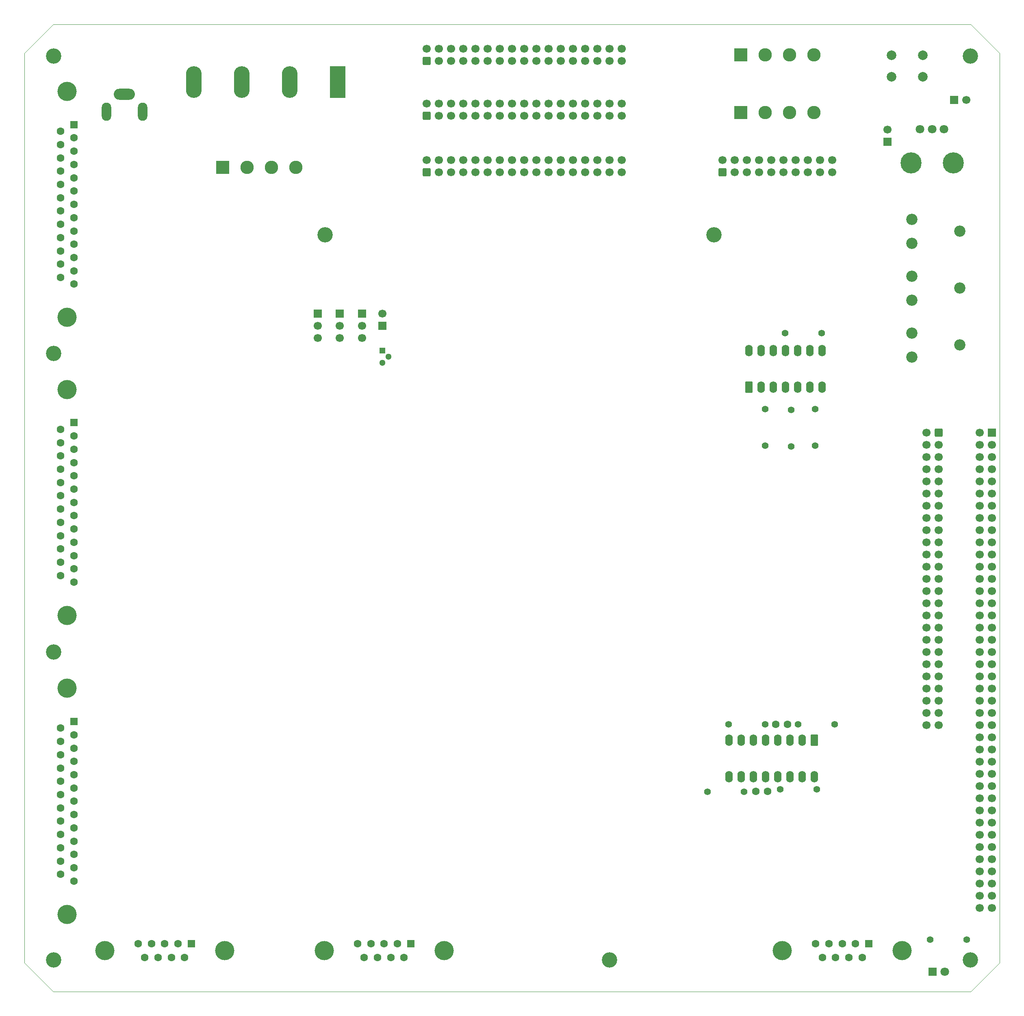
<source format=gbr>
%TF.GenerationSoftware,KiCad,Pcbnew,9.0.4*%
%TF.CreationDate,2025-11-09T15:05:15+13:00*%
%TF.ProjectId,AWS_CPU_Motherboard,4157535f-4350-4555-9f4d-6f7468657262,rev?*%
%TF.SameCoordinates,Original*%
%TF.FileFunction,Soldermask,Top*%
%TF.FilePolarity,Negative*%
%FSLAX46Y46*%
G04 Gerber Fmt 4.6, Leading zero omitted, Abs format (unit mm)*
G04 Created by KiCad (PCBNEW 9.0.4) date 2025-11-09 15:05:15*
%MOMM*%
%LPD*%
G01*
G04 APERTURE LIST*
G04 Aperture macros list*
%AMRoundRect*
0 Rectangle with rounded corners*
0 $1 Rounding radius*
0 $2 $3 $4 $5 $6 $7 $8 $9 X,Y pos of 4 corners*
0 Add a 4 corners polygon primitive as box body*
4,1,4,$2,$3,$4,$5,$6,$7,$8,$9,$2,$3,0*
0 Add four circle primitives for the rounded corners*
1,1,$1+$1,$2,$3*
1,1,$1+$1,$4,$5*
1,1,$1+$1,$6,$7*
1,1,$1+$1,$8,$9*
0 Add four rect primitives between the rounded corners*
20,1,$1+$1,$2,$3,$4,$5,0*
20,1,$1+$1,$4,$5,$6,$7,0*
20,1,$1+$1,$6,$7,$8,$9,0*
20,1,$1+$1,$8,$9,$2,$3,0*%
G04 Aperture macros list end*
%ADD10R,1.700000X1.700000*%
%ADD11C,1.700000*%
%ADD12C,1.400000*%
%ADD13RoundRect,0.250000X0.600000X0.600000X-0.600000X0.600000X-0.600000X-0.600000X0.600000X-0.600000X0*%
%ADD14C,3.200000*%
%ADD15C,2.000000*%
%ADD16C,4.000000*%
%ADD17R,1.600000X1.600000*%
%ADD18C,1.600000*%
%ADD19R,2.780000X2.780000*%
%ADD20C,2.780000*%
%ADD21C,2.340000*%
%ADD22C,1.800000*%
%ADD23C,4.400000*%
%ADD24R,1.300000X1.300000*%
%ADD25C,1.300000*%
%ADD26RoundRect,0.250000X0.550000X-0.950000X0.550000X0.950000X-0.550000X0.950000X-0.550000X-0.950000X0*%
%ADD27O,1.600000X2.400000*%
%ADD28RoundRect,0.250000X0.600000X-0.600000X0.600000X0.600000X-0.600000X0.600000X-0.600000X-0.600000X0*%
%ADD29RoundRect,0.250000X-0.550000X0.950000X-0.550000X-0.950000X0.550000X-0.950000X0.550000X0.950000X0*%
%ADD30R,3.300000X6.600000*%
%ADD31O,3.300000X6.600000*%
%ADD32O,2.004000X3.804000*%
%ADD33O,4.404000X2.304000*%
%ADD34R,1.800000X1.800000*%
%TA.AperFunction,Profile*%
%ADD35C,0.050000*%
%TD*%
G04 APERTURE END LIST*
D10*
%TO.C,J6*%
X442590000Y-276098000D03*
D11*
X445130000Y-276098000D03*
%TD*%
D12*
%TO.C,R9*%
X403199600Y-348183200D03*
X403199600Y-340563200D03*
%TD*%
D10*
%TO.C,JP3*%
X319212400Y-320598800D03*
D11*
X319212400Y-323138800D03*
X319212400Y-325678800D03*
%TD*%
D13*
%TO.C,U1*%
X439420000Y-345440000D03*
D11*
X436880000Y-345440000D03*
X439420000Y-347980000D03*
X436880000Y-347980000D03*
X439420000Y-350520000D03*
X436880000Y-350520000D03*
X439420000Y-353060000D03*
X436880000Y-353060000D03*
X439420000Y-355600000D03*
X436880000Y-355600000D03*
X439420000Y-358140000D03*
X436880000Y-358140000D03*
X439420000Y-360680000D03*
X436880000Y-360680000D03*
X439420000Y-363220000D03*
X436880000Y-363220000D03*
X439420000Y-365760000D03*
X436880000Y-365760000D03*
X439420000Y-368300000D03*
X436880000Y-368300000D03*
X439420000Y-370840000D03*
X436880000Y-370840000D03*
X439420000Y-373380000D03*
X436880000Y-373380000D03*
X439420000Y-375920000D03*
X436880000Y-375920000D03*
X439420000Y-378460000D03*
X436880000Y-378460000D03*
X439420000Y-381000000D03*
X436880000Y-381000000D03*
X439420000Y-383540000D03*
X436880000Y-383540000D03*
X439420000Y-386080000D03*
X436880000Y-386080000D03*
X439420000Y-388620000D03*
X436880000Y-388620000D03*
X439420000Y-391160000D03*
X436880000Y-391160000D03*
X439420000Y-393700000D03*
X436880000Y-393700000D03*
X439420000Y-396240000D03*
X436880000Y-396240000D03*
X439420000Y-398780000D03*
X436880000Y-398780000D03*
X439420000Y-401320000D03*
X436880000Y-401320000D03*
X439420000Y-403860000D03*
X436880000Y-403860000D03*
X439420000Y-406400000D03*
X436880000Y-406400000D03*
%TD*%
D14*
%TO.C,H2*%
X255020000Y-455360000D03*
%TD*%
D10*
%TO.C,U4*%
X450469000Y-345440000D03*
D11*
X447929000Y-345440000D03*
X450469000Y-347980000D03*
X447929000Y-347980000D03*
X450469000Y-350520000D03*
X447929000Y-350520000D03*
X450469000Y-353060000D03*
X447929000Y-353060000D03*
X450469000Y-355600000D03*
X447929000Y-355600000D03*
X450469000Y-358140000D03*
X447929000Y-358140000D03*
X450469000Y-360680000D03*
X447929000Y-360680000D03*
X450469000Y-363220000D03*
X447929000Y-363220000D03*
X450469000Y-365760000D03*
X447929000Y-365760000D03*
X450469000Y-368300000D03*
X447929000Y-368300000D03*
X450469000Y-370840000D03*
X447929000Y-370840000D03*
X450469000Y-373380000D03*
X447929000Y-373380000D03*
X450469000Y-375920000D03*
X447929000Y-375920000D03*
X450469000Y-378460000D03*
X447929000Y-378460000D03*
X450469000Y-381000000D03*
X447929000Y-381000000D03*
X450469000Y-383540000D03*
X447929000Y-383540000D03*
X450469000Y-386080000D03*
X447929000Y-386080000D03*
X450469000Y-388620000D03*
X447929000Y-388620000D03*
X450469000Y-391160000D03*
X447929000Y-391160000D03*
X450469000Y-393700000D03*
X447929000Y-393700000D03*
X450469000Y-396240000D03*
X447929000Y-396240000D03*
X450469000Y-398780000D03*
X447929000Y-398780000D03*
X450469000Y-401320000D03*
X447929000Y-401320000D03*
X450469000Y-403860000D03*
X447929000Y-403860000D03*
X450469000Y-406400000D03*
X447929000Y-406400000D03*
X450469000Y-408940000D03*
X447929000Y-408940000D03*
X450469000Y-411480000D03*
X447929000Y-411480000D03*
X450469000Y-414020000D03*
X447929000Y-414020000D03*
X450469000Y-416560000D03*
X447929000Y-416560000D03*
X450469000Y-419100000D03*
X447929000Y-419100000D03*
X450469000Y-421640000D03*
X447929000Y-421640000D03*
X450469000Y-424180000D03*
X447929000Y-424180000D03*
X450469000Y-426720000D03*
X447929000Y-426720000D03*
X450469000Y-429260000D03*
X447929000Y-429260000D03*
X450469000Y-431800000D03*
X447929000Y-431800000D03*
X450469000Y-434340000D03*
X447929000Y-434340000D03*
X450469000Y-436880000D03*
X447929000Y-436880000D03*
X450469000Y-439420000D03*
X447929000Y-439420000D03*
X450469000Y-441960000D03*
X447929000Y-441960000D03*
X450469000Y-444500000D03*
X447929000Y-444500000D03*
%TD*%
D14*
%TO.C,H3*%
X446020000Y-455360000D03*
%TD*%
D15*
%TO.C,SW1*%
X429564800Y-266801600D03*
X436064800Y-266801600D03*
X429564800Y-271301600D03*
X436064800Y-271301600D03*
%TD*%
D16*
%TO.C,J9*%
X257810000Y-336440000D03*
X257810000Y-383540000D03*
D17*
X259230000Y-343370000D03*
D18*
X259230000Y-346140000D03*
X259230000Y-348910000D03*
X259230000Y-351680000D03*
X259230000Y-354450000D03*
X259230000Y-357220000D03*
X259230000Y-359990000D03*
X259230000Y-362760000D03*
X259230000Y-365530000D03*
X259230000Y-368300000D03*
X259230000Y-371070000D03*
X259230000Y-373840000D03*
X259230000Y-376610000D03*
X256390000Y-344755000D03*
X256390000Y-347525000D03*
X256390000Y-350295000D03*
X256390000Y-353065000D03*
X256390000Y-355835000D03*
X256390000Y-358605000D03*
X256390000Y-361375000D03*
X256390000Y-364145000D03*
X256390000Y-366915000D03*
X256390000Y-369685000D03*
X256390000Y-372455000D03*
X256390000Y-375225000D03*
%TD*%
D19*
%TO.C,J15*%
X398145000Y-266700000D03*
D20*
X403225000Y-266700000D03*
X408305000Y-266700000D03*
X413385000Y-266700000D03*
%TD*%
D16*
%TO.C,J8*%
X257810000Y-398720000D03*
X257810000Y-445820000D03*
D17*
X259230000Y-405650000D03*
D18*
X259230000Y-408420000D03*
X259230000Y-411190000D03*
X259230000Y-413960000D03*
X259230000Y-416730000D03*
X259230000Y-419500000D03*
X259230000Y-422270000D03*
X259230000Y-425040000D03*
X259230000Y-427810000D03*
X259230000Y-430580000D03*
X259230000Y-433350000D03*
X259230000Y-436120000D03*
X259230000Y-438890000D03*
X256390000Y-407035000D03*
X256390000Y-409805000D03*
X256390000Y-412575000D03*
X256390000Y-415345000D03*
X256390000Y-418115000D03*
X256390000Y-420885000D03*
X256390000Y-423655000D03*
X256390000Y-426425000D03*
X256390000Y-429195000D03*
X256390000Y-431965000D03*
X256390000Y-434735000D03*
X256390000Y-437505000D03*
%TD*%
D21*
%TO.C,RV4*%
X433785000Y-329675000D03*
X443785000Y-327175000D03*
X433785000Y-324675000D03*
%TD*%
D12*
%TO.C,R8*%
X413664400Y-340563200D03*
X413664400Y-348183200D03*
%TD*%
D21*
%TO.C,RV2*%
X433785000Y-305975000D03*
X443785000Y-303475000D03*
X433785000Y-300975000D03*
%TD*%
D22*
%TO.C,RV1*%
X435523000Y-282240000D03*
X438023000Y-282240000D03*
X440523000Y-282240000D03*
D23*
X442423000Y-289240000D03*
X433623000Y-289240000D03*
%TD*%
D12*
%TO.C,R7*%
X408686000Y-348284800D03*
X408686000Y-340664800D03*
%TD*%
D14*
%TO.C,H9*%
X370840000Y-455360000D03*
%TD*%
D19*
%TO.C,J5*%
X290195000Y-290195000D03*
D20*
X295275000Y-290195000D03*
X300355000Y-290195000D03*
X305435000Y-290195000D03*
%TD*%
D14*
%TO.C,H8*%
X255020000Y-391160000D03*
%TD*%
D10*
%TO.C,J2*%
X428752000Y-284789800D03*
D11*
X428752000Y-282249800D03*
%TD*%
D16*
%TO.C,J7*%
X406800000Y-453390000D03*
X431800000Y-453390000D03*
D17*
X424840000Y-451970000D03*
D18*
X422070000Y-451970000D03*
X419300000Y-451970000D03*
X416530000Y-451970000D03*
X413760000Y-451970000D03*
X423455000Y-454810000D03*
X420685000Y-454810000D03*
X417915000Y-454810000D03*
X415145000Y-454810000D03*
%TD*%
D24*
%TO.C,Q2*%
X323443600Y-328371200D03*
D25*
X324713600Y-329641200D03*
X323443600Y-330911200D03*
%TD*%
D21*
%TO.C,RV3*%
X433785000Y-317825000D03*
X443785000Y-315325000D03*
X433785000Y-312825000D03*
%TD*%
D12*
%TO.C,R6*%
X407416000Y-324662800D03*
X415036000Y-324662800D03*
%TD*%
D19*
%TO.C,J14*%
X398145000Y-278765000D03*
D20*
X403225000Y-278765000D03*
X408305000Y-278765000D03*
X413385000Y-278765000D03*
%TD*%
D26*
%TO.C,U8*%
X399846800Y-335991200D03*
D27*
X402386800Y-335991200D03*
X404926800Y-335991200D03*
X407466800Y-335991200D03*
X410006800Y-335991200D03*
X412546800Y-335991200D03*
X415086800Y-335991200D03*
X415086800Y-328371200D03*
X412546800Y-328371200D03*
X410006800Y-328371200D03*
X407466800Y-328371200D03*
X404926800Y-328371200D03*
X402386800Y-328371200D03*
X399846800Y-328371200D03*
%TD*%
D10*
%TO.C,JP4*%
X323443600Y-323189600D03*
D11*
X323443600Y-320649600D03*
%TD*%
D14*
%TO.C,H7*%
X255000000Y-328930000D03*
%TD*%
D28*
%TO.C,U3*%
X332740000Y-267970000D03*
D11*
X332740000Y-265430000D03*
X335280000Y-267970000D03*
X335280000Y-265430000D03*
X337820000Y-267970000D03*
X337820000Y-265430000D03*
X340360000Y-267970000D03*
X340360000Y-265430000D03*
X342900000Y-267970000D03*
X342900000Y-265430000D03*
X345440000Y-267970000D03*
X345440000Y-265430000D03*
X347980000Y-267970000D03*
X347980000Y-265430000D03*
X350520000Y-267970000D03*
X350520000Y-265430000D03*
X353060000Y-267970000D03*
X353060000Y-265430000D03*
X355600000Y-267970000D03*
X355600000Y-265430000D03*
X358140000Y-267970000D03*
X358140000Y-265430000D03*
X360680000Y-267970000D03*
X360680000Y-265430000D03*
X363220000Y-267970000D03*
X363220000Y-265430000D03*
X365760000Y-267970000D03*
X365760000Y-265430000D03*
X368300000Y-267970000D03*
X368300000Y-265430000D03*
X370840000Y-267970000D03*
X370840000Y-265430000D03*
X373380000Y-267970000D03*
X373380000Y-265430000D03*
%TD*%
D28*
%TO.C,U5*%
X332689200Y-291150000D03*
D11*
X332689200Y-288610000D03*
X335229200Y-291150000D03*
X335229200Y-288610000D03*
X337769200Y-291150000D03*
X337769200Y-288610000D03*
X340309200Y-291150000D03*
X340309200Y-288610000D03*
X342849200Y-291150000D03*
X342849200Y-288610000D03*
X345389200Y-291150000D03*
X345389200Y-288610000D03*
X347929200Y-291150000D03*
X347929200Y-288610000D03*
X350469200Y-291150000D03*
X350469200Y-288610000D03*
X353009200Y-291150000D03*
X353009200Y-288610000D03*
X355549200Y-291150000D03*
X355549200Y-288610000D03*
X358089200Y-291150000D03*
X358089200Y-288610000D03*
X360629200Y-291150000D03*
X360629200Y-288610000D03*
X363169200Y-291150000D03*
X363169200Y-288610000D03*
X365709200Y-291150000D03*
X365709200Y-288610000D03*
X368249200Y-291150000D03*
X368249200Y-288610000D03*
X370789200Y-291150000D03*
X370789200Y-288610000D03*
X373329200Y-291150000D03*
X373329200Y-288610000D03*
%TD*%
D14*
%TO.C,H6*%
X311556400Y-304215800D03*
%TD*%
D10*
%TO.C,JP2*%
X314622400Y-320598800D03*
D11*
X314622400Y-323138800D03*
X314622400Y-325678800D03*
%TD*%
D14*
%TO.C,H1*%
X255020000Y-266950000D03*
%TD*%
D29*
%TO.C,U7*%
X413512000Y-409498800D03*
D27*
X410972000Y-409498800D03*
X408432000Y-409498800D03*
X405892000Y-409498800D03*
X403352000Y-409498800D03*
X400812000Y-409498800D03*
X398272000Y-409498800D03*
X395732000Y-409498800D03*
X395732000Y-417118800D03*
X398272000Y-417118800D03*
X400812000Y-417118800D03*
X403352000Y-417118800D03*
X405892000Y-417118800D03*
X408432000Y-417118800D03*
X410972000Y-417118800D03*
X413512000Y-417118800D03*
%TD*%
D12*
%TO.C,R2*%
X417677600Y-406196800D03*
X410057600Y-406196800D03*
%TD*%
D16*
%TO.C,J4*%
X311350000Y-453390000D03*
X336350000Y-453390000D03*
D17*
X329390000Y-451970000D03*
D18*
X326620000Y-451970000D03*
X323850000Y-451970000D03*
X321080000Y-451970000D03*
X318310000Y-451970000D03*
X328005000Y-454810000D03*
X325235000Y-454810000D03*
X322465000Y-454810000D03*
X319695000Y-454810000D03*
%TD*%
D16*
%TO.C,J3*%
X265630000Y-453390000D03*
X290630000Y-453390000D03*
D17*
X283670000Y-451970000D03*
D18*
X280900000Y-451970000D03*
X278130000Y-451970000D03*
X275360000Y-451970000D03*
X272590000Y-451970000D03*
X282285000Y-454810000D03*
X279515000Y-454810000D03*
X276745000Y-454810000D03*
X273975000Y-454810000D03*
%TD*%
%TO.C,C2*%
X401289200Y-420217600D03*
X403789200Y-420217600D03*
%TD*%
D28*
%TO.C,U2*%
X332689200Y-279400000D03*
D11*
X332689200Y-276860000D03*
X335229200Y-279400000D03*
X335229200Y-276860000D03*
X337769200Y-279400000D03*
X337769200Y-276860000D03*
X340309200Y-279400000D03*
X340309200Y-276860000D03*
X342849200Y-279400000D03*
X342849200Y-276860000D03*
X345389200Y-279400000D03*
X345389200Y-276860000D03*
X347929200Y-279400000D03*
X347929200Y-276860000D03*
X350469200Y-279400000D03*
X350469200Y-276860000D03*
X353009200Y-279400000D03*
X353009200Y-276860000D03*
X355549200Y-279400000D03*
X355549200Y-276860000D03*
X358089200Y-279400000D03*
X358089200Y-276860000D03*
X360629200Y-279400000D03*
X360629200Y-276860000D03*
X363169200Y-279400000D03*
X363169200Y-276860000D03*
X365709200Y-279400000D03*
X365709200Y-276860000D03*
X368249200Y-279400000D03*
X368249200Y-276860000D03*
X370789200Y-279400000D03*
X370789200Y-276860000D03*
X373329200Y-279400000D03*
X373329200Y-276860000D03*
%TD*%
D12*
%TO.C,R5*%
X391210800Y-420319200D03*
X398830800Y-420319200D03*
%TD*%
%TO.C,R3*%
X413969200Y-419760400D03*
X406349200Y-419760400D03*
%TD*%
D10*
%TO.C,JP1*%
X310032400Y-320598800D03*
D11*
X310032400Y-323138800D03*
X310032400Y-325678800D03*
%TD*%
D14*
%TO.C,H4*%
X446020000Y-266950000D03*
%TD*%
D12*
%TO.C,R4*%
X395630400Y-406196800D03*
X403250400Y-406196800D03*
%TD*%
D30*
%TO.C,J1*%
X314198000Y-272338800D03*
D31*
X304198000Y-272338800D03*
X294198000Y-272338800D03*
X284198000Y-272338800D03*
%TD*%
D16*
%TO.C,J10*%
X257810000Y-274320000D03*
X257810000Y-321420000D03*
D17*
X259230000Y-281250000D03*
D18*
X259230000Y-284020000D03*
X259230000Y-286790000D03*
X259230000Y-289560000D03*
X259230000Y-292330000D03*
X259230000Y-295100000D03*
X259230000Y-297870000D03*
X259230000Y-300640000D03*
X259230000Y-303410000D03*
X259230000Y-306180000D03*
X259230000Y-308950000D03*
X259230000Y-311720000D03*
X259230000Y-314490000D03*
X256390000Y-282635000D03*
X256390000Y-285405000D03*
X256390000Y-288175000D03*
X256390000Y-290945000D03*
X256390000Y-293715000D03*
X256390000Y-296485000D03*
X256390000Y-299255000D03*
X256390000Y-302025000D03*
X256390000Y-304795000D03*
X256390000Y-307565000D03*
X256390000Y-310335000D03*
X256390000Y-313105000D03*
%TD*%
D32*
%TO.C,J12*%
X273488800Y-278587200D03*
X265988800Y-278587200D03*
D33*
X269738800Y-274887200D03*
%TD*%
D12*
%TO.C,R1*%
X445262000Y-451104000D03*
X437642000Y-451104000D03*
%TD*%
D28*
%TO.C,U6*%
X394335000Y-291150000D03*
D11*
X394335000Y-288610000D03*
X396875000Y-291150000D03*
X396875000Y-288610000D03*
X399415000Y-291150000D03*
X399415000Y-288610000D03*
X401955000Y-291150000D03*
X401955000Y-288610000D03*
X404495000Y-291150000D03*
X404495000Y-288610000D03*
X407035000Y-291150000D03*
X407035000Y-288610000D03*
X409575000Y-291150000D03*
X409575000Y-288610000D03*
X412115000Y-291150000D03*
X412115000Y-288610000D03*
X414655000Y-291150000D03*
X414655000Y-288610000D03*
X417195000Y-291150000D03*
X417195000Y-288610000D03*
%TD*%
D18*
%TO.C,C1*%
X407904000Y-406196800D03*
X405404000Y-406196800D03*
%TD*%
D14*
%TO.C,H5*%
X392582400Y-304215800D03*
%TD*%
D34*
%TO.C,D1*%
X438150000Y-457835000D03*
D22*
X440690000Y-457835000D03*
%TD*%
D35*
X248920000Y-455960000D02*
X254920000Y-461960000D01*
X248920000Y-266350000D02*
X248920000Y-455960000D01*
X446120000Y-260350000D02*
X254920000Y-260350000D01*
X452120000Y-455960000D02*
X446120000Y-461960000D01*
X446120000Y-461960000D02*
X254920000Y-461960000D01*
X452120000Y-455960000D02*
X452120000Y-266350000D01*
X254920000Y-260350000D02*
X248920000Y-266350000D01*
X446120000Y-260350000D02*
X452120000Y-266350000D01*
M02*

</source>
